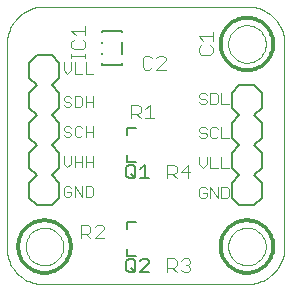
<source format=gto>
G75*
G70*
%OFA0B0*%
%FSLAX24Y24*%
%IPPOS*%
%LPD*%
%AMOC8*
5,1,8,0,0,1.08239X$1,22.5*
%
%ADD10C,0.0000*%
%ADD11C,0.0030*%
%ADD12C,0.0120*%
%ADD13C,0.0080*%
%ADD14C,0.0060*%
%ADD15C,0.0040*%
%ADD16C,0.0050*%
D10*
X000411Y001660D02*
X000409Y001594D01*
X000411Y001528D01*
X000417Y001462D01*
X000426Y001396D01*
X000439Y001331D01*
X000456Y001266D01*
X000476Y001203D01*
X000500Y001141D01*
X000527Y001081D01*
X000558Y001022D01*
X000592Y000964D01*
X000629Y000909D01*
X000669Y000856D01*
X000712Y000806D01*
X000757Y000757D01*
X000806Y000712D01*
X000856Y000669D01*
X000909Y000629D01*
X000964Y000592D01*
X001022Y000558D01*
X001081Y000527D01*
X001141Y000500D01*
X001203Y000476D01*
X001266Y000456D01*
X001331Y000439D01*
X001396Y000426D01*
X001462Y000417D01*
X001528Y000411D01*
X001594Y000409D01*
X001660Y000411D01*
X001660Y000410D02*
X008410Y000410D01*
X008478Y000412D01*
X008545Y000417D01*
X008612Y000426D01*
X008679Y000439D01*
X008744Y000456D01*
X008809Y000475D01*
X008873Y000499D01*
X008935Y000526D01*
X008996Y000556D01*
X009054Y000589D01*
X009111Y000625D01*
X009166Y000665D01*
X009219Y000707D01*
X009270Y000753D01*
X009317Y000800D01*
X009363Y000851D01*
X009405Y000904D01*
X009445Y000959D01*
X009481Y001016D01*
X009514Y001074D01*
X009544Y001135D01*
X009571Y001197D01*
X009595Y001261D01*
X009614Y001326D01*
X009631Y001391D01*
X009644Y001458D01*
X009653Y001525D01*
X009658Y001592D01*
X009660Y001660D01*
X009660Y008410D01*
X009658Y008478D01*
X009653Y008545D01*
X009644Y008612D01*
X009631Y008679D01*
X009614Y008744D01*
X009595Y008809D01*
X009571Y008873D01*
X009544Y008935D01*
X009514Y008996D01*
X009481Y009054D01*
X009445Y009111D01*
X009405Y009166D01*
X009363Y009219D01*
X009317Y009270D01*
X009270Y009317D01*
X009219Y009363D01*
X009166Y009405D01*
X009111Y009445D01*
X009054Y009481D01*
X008996Y009514D01*
X008935Y009544D01*
X008873Y009571D01*
X008809Y009595D01*
X008744Y009614D01*
X008679Y009631D01*
X008612Y009644D01*
X008545Y009653D01*
X008478Y009658D01*
X008410Y009660D01*
X001660Y009660D01*
X001592Y009658D01*
X001525Y009653D01*
X001458Y009644D01*
X001391Y009631D01*
X001326Y009614D01*
X001261Y009595D01*
X001197Y009571D01*
X001135Y009544D01*
X001074Y009514D01*
X001016Y009481D01*
X000959Y009445D01*
X000904Y009405D01*
X000851Y009363D01*
X000800Y009317D01*
X000753Y009270D01*
X000707Y009219D01*
X000665Y009166D01*
X000625Y009111D01*
X000589Y009054D01*
X000556Y008996D01*
X000526Y008935D01*
X000499Y008873D01*
X000475Y008809D01*
X000456Y008744D01*
X000439Y008679D01*
X000426Y008612D01*
X000417Y008545D01*
X000412Y008478D01*
X000410Y008410D01*
X000410Y001660D01*
X001035Y001660D02*
X001037Y001710D01*
X001043Y001759D01*
X001053Y001808D01*
X001066Y001855D01*
X001084Y001902D01*
X001105Y001947D01*
X001129Y001990D01*
X001157Y002031D01*
X001188Y002070D01*
X001222Y002106D01*
X001259Y002140D01*
X001299Y002170D01*
X001340Y002197D01*
X001384Y002221D01*
X001429Y002241D01*
X001476Y002257D01*
X001524Y002270D01*
X001573Y002279D01*
X001623Y002284D01*
X001672Y002285D01*
X001722Y002282D01*
X001771Y002275D01*
X001820Y002264D01*
X001867Y002250D01*
X001913Y002231D01*
X001958Y002209D01*
X002001Y002184D01*
X002041Y002155D01*
X002079Y002123D01*
X002115Y002089D01*
X002148Y002051D01*
X002177Y002011D01*
X002203Y001969D01*
X002226Y001925D01*
X002245Y001879D01*
X002261Y001832D01*
X002273Y001783D01*
X002281Y001734D01*
X002285Y001685D01*
X002285Y001635D01*
X002281Y001586D01*
X002273Y001537D01*
X002261Y001488D01*
X002245Y001441D01*
X002226Y001395D01*
X002203Y001351D01*
X002177Y001309D01*
X002148Y001269D01*
X002115Y001231D01*
X002079Y001197D01*
X002041Y001165D01*
X002001Y001136D01*
X001958Y001111D01*
X001913Y001089D01*
X001867Y001070D01*
X001820Y001056D01*
X001771Y001045D01*
X001722Y001038D01*
X001672Y001035D01*
X001623Y001036D01*
X001573Y001041D01*
X001524Y001050D01*
X001476Y001063D01*
X001429Y001079D01*
X001384Y001099D01*
X001340Y001123D01*
X001299Y001150D01*
X001259Y001180D01*
X001222Y001214D01*
X001188Y001250D01*
X001157Y001289D01*
X001129Y001330D01*
X001105Y001373D01*
X001084Y001418D01*
X001066Y001465D01*
X001053Y001512D01*
X001043Y001561D01*
X001037Y001610D01*
X001035Y001660D01*
X007785Y001660D02*
X007787Y001710D01*
X007793Y001759D01*
X007803Y001808D01*
X007816Y001855D01*
X007834Y001902D01*
X007855Y001947D01*
X007879Y001990D01*
X007907Y002031D01*
X007938Y002070D01*
X007972Y002106D01*
X008009Y002140D01*
X008049Y002170D01*
X008090Y002197D01*
X008134Y002221D01*
X008179Y002241D01*
X008226Y002257D01*
X008274Y002270D01*
X008323Y002279D01*
X008373Y002284D01*
X008422Y002285D01*
X008472Y002282D01*
X008521Y002275D01*
X008570Y002264D01*
X008617Y002250D01*
X008663Y002231D01*
X008708Y002209D01*
X008751Y002184D01*
X008791Y002155D01*
X008829Y002123D01*
X008865Y002089D01*
X008898Y002051D01*
X008927Y002011D01*
X008953Y001969D01*
X008976Y001925D01*
X008995Y001879D01*
X009011Y001832D01*
X009023Y001783D01*
X009031Y001734D01*
X009035Y001685D01*
X009035Y001635D01*
X009031Y001586D01*
X009023Y001537D01*
X009011Y001488D01*
X008995Y001441D01*
X008976Y001395D01*
X008953Y001351D01*
X008927Y001309D01*
X008898Y001269D01*
X008865Y001231D01*
X008829Y001197D01*
X008791Y001165D01*
X008751Y001136D01*
X008708Y001111D01*
X008663Y001089D01*
X008617Y001070D01*
X008570Y001056D01*
X008521Y001045D01*
X008472Y001038D01*
X008422Y001035D01*
X008373Y001036D01*
X008323Y001041D01*
X008274Y001050D01*
X008226Y001063D01*
X008179Y001079D01*
X008134Y001099D01*
X008090Y001123D01*
X008049Y001150D01*
X008009Y001180D01*
X007972Y001214D01*
X007938Y001250D01*
X007907Y001289D01*
X007879Y001330D01*
X007855Y001373D01*
X007834Y001418D01*
X007816Y001465D01*
X007803Y001512D01*
X007793Y001561D01*
X007787Y001610D01*
X007785Y001660D01*
X007785Y008410D02*
X007787Y008460D01*
X007793Y008509D01*
X007803Y008558D01*
X007816Y008605D01*
X007834Y008652D01*
X007855Y008697D01*
X007879Y008740D01*
X007907Y008781D01*
X007938Y008820D01*
X007972Y008856D01*
X008009Y008890D01*
X008049Y008920D01*
X008090Y008947D01*
X008134Y008971D01*
X008179Y008991D01*
X008226Y009007D01*
X008274Y009020D01*
X008323Y009029D01*
X008373Y009034D01*
X008422Y009035D01*
X008472Y009032D01*
X008521Y009025D01*
X008570Y009014D01*
X008617Y009000D01*
X008663Y008981D01*
X008708Y008959D01*
X008751Y008934D01*
X008791Y008905D01*
X008829Y008873D01*
X008865Y008839D01*
X008898Y008801D01*
X008927Y008761D01*
X008953Y008719D01*
X008976Y008675D01*
X008995Y008629D01*
X009011Y008582D01*
X009023Y008533D01*
X009031Y008484D01*
X009035Y008435D01*
X009035Y008385D01*
X009031Y008336D01*
X009023Y008287D01*
X009011Y008238D01*
X008995Y008191D01*
X008976Y008145D01*
X008953Y008101D01*
X008927Y008059D01*
X008898Y008019D01*
X008865Y007981D01*
X008829Y007947D01*
X008791Y007915D01*
X008751Y007886D01*
X008708Y007861D01*
X008663Y007839D01*
X008617Y007820D01*
X008570Y007806D01*
X008521Y007795D01*
X008472Y007788D01*
X008422Y007785D01*
X008373Y007786D01*
X008323Y007791D01*
X008274Y007800D01*
X008226Y007813D01*
X008179Y007829D01*
X008134Y007849D01*
X008090Y007873D01*
X008049Y007900D01*
X008009Y007930D01*
X007972Y007964D01*
X007938Y008000D01*
X007907Y008039D01*
X007879Y008080D01*
X007855Y008123D01*
X007834Y008168D01*
X007816Y008215D01*
X007803Y008262D01*
X007793Y008311D01*
X007787Y008360D01*
X007785Y008410D01*
D11*
X007557Y006770D02*
X007557Y006400D01*
X007804Y006400D01*
X007435Y006462D02*
X007374Y006400D01*
X007188Y006400D01*
X007188Y006770D01*
X007374Y006770D01*
X007435Y006709D01*
X007435Y006462D01*
X007067Y006462D02*
X007005Y006400D01*
X006882Y006400D01*
X006820Y006462D01*
X006882Y006585D02*
X007005Y006585D01*
X007067Y006523D01*
X007067Y006462D01*
X006882Y006585D02*
X006820Y006647D01*
X006820Y006709D01*
X006882Y006770D01*
X007005Y006770D01*
X007067Y006709D01*
X007005Y005645D02*
X006882Y005645D01*
X006820Y005584D01*
X006820Y005522D01*
X006882Y005460D01*
X007005Y005460D01*
X007067Y005398D01*
X007067Y005337D01*
X007005Y005275D01*
X006882Y005275D01*
X006820Y005337D01*
X007067Y005584D02*
X007005Y005645D01*
X007188Y005584D02*
X007188Y005337D01*
X007250Y005275D01*
X007374Y005275D01*
X007435Y005337D01*
X007557Y005275D02*
X007804Y005275D01*
X007557Y005275D02*
X007557Y005645D01*
X007435Y005584D02*
X007374Y005645D01*
X007250Y005645D01*
X007188Y005584D01*
X007188Y004645D02*
X007188Y004275D01*
X007435Y004275D01*
X007557Y004275D02*
X007804Y004275D01*
X007557Y004275D02*
X007557Y004645D01*
X007067Y004645D02*
X007067Y004398D01*
X006943Y004275D01*
X006820Y004398D01*
X006820Y004645D01*
X006882Y003645D02*
X006820Y003584D01*
X006820Y003337D01*
X006882Y003275D01*
X007005Y003275D01*
X007067Y003337D01*
X007067Y003460D01*
X006943Y003460D01*
X007067Y003584D02*
X007005Y003645D01*
X006882Y003645D01*
X007188Y003645D02*
X007435Y003275D01*
X007435Y003645D01*
X007557Y003645D02*
X007742Y003645D01*
X007804Y003584D01*
X007804Y003337D01*
X007742Y003275D01*
X007557Y003275D01*
X007557Y003645D01*
X007188Y003645D02*
X007188Y003275D01*
X003284Y003362D02*
X003284Y003609D01*
X003222Y003670D01*
X003037Y003670D01*
X003037Y003300D01*
X003222Y003300D01*
X003284Y003362D01*
X002915Y003300D02*
X002915Y003670D01*
X002668Y003670D02*
X002915Y003300D01*
X002668Y003300D02*
X002668Y003670D01*
X002547Y003609D02*
X002485Y003670D01*
X002362Y003670D01*
X002300Y003609D01*
X002300Y003362D01*
X002362Y003300D01*
X002485Y003300D01*
X002547Y003362D01*
X002547Y003485D01*
X002423Y003485D01*
X002423Y004300D02*
X002547Y004423D01*
X002547Y004670D01*
X002668Y004670D02*
X002668Y004300D01*
X002668Y004485D02*
X002915Y004485D01*
X003037Y004485D02*
X003284Y004485D01*
X003284Y004670D02*
X003284Y004300D01*
X003037Y004300D02*
X003037Y004670D01*
X002915Y004670D02*
X002915Y004300D01*
X002423Y004300D02*
X002300Y004423D01*
X002300Y004670D01*
X002362Y005300D02*
X002300Y005362D01*
X002362Y005300D02*
X002485Y005300D01*
X002547Y005362D01*
X002547Y005423D01*
X002485Y005485D01*
X002362Y005485D01*
X002300Y005547D01*
X002300Y005609D01*
X002362Y005670D01*
X002485Y005670D01*
X002547Y005609D01*
X002668Y005609D02*
X002668Y005362D01*
X002730Y005300D01*
X002853Y005300D01*
X002915Y005362D01*
X003037Y005300D02*
X003037Y005670D01*
X002915Y005609D02*
X002853Y005670D01*
X002730Y005670D01*
X002668Y005609D01*
X003037Y005485D02*
X003284Y005485D01*
X003284Y005670D02*
X003284Y005300D01*
X003284Y006300D02*
X003284Y006670D01*
X003284Y006485D02*
X003037Y006485D01*
X002915Y006362D02*
X002853Y006300D01*
X002668Y006300D01*
X002668Y006670D01*
X002853Y006670D01*
X002915Y006609D01*
X002915Y006362D01*
X003037Y006300D02*
X003037Y006670D01*
X002547Y006609D02*
X002485Y006670D01*
X002362Y006670D01*
X002300Y006609D01*
X002300Y006547D01*
X002362Y006485D01*
X002485Y006485D01*
X002547Y006423D01*
X002547Y006362D01*
X002485Y006300D01*
X002362Y006300D01*
X002300Y006362D01*
X002423Y007425D02*
X002547Y007548D01*
X002547Y007795D01*
X002668Y007795D02*
X002668Y007425D01*
X002915Y007425D01*
X003037Y007425D02*
X003284Y007425D01*
X003037Y007425D02*
X003037Y007795D01*
X002423Y007425D02*
X002300Y007548D01*
X002300Y007795D01*
D12*
X008410Y007535D02*
X008352Y007537D01*
X008293Y007543D01*
X008236Y007553D01*
X008179Y007566D01*
X008123Y007583D01*
X008068Y007604D01*
X008015Y007629D01*
X007964Y007657D01*
X007915Y007689D01*
X007868Y007723D01*
X007823Y007761D01*
X007781Y007802D01*
X007742Y007845D01*
X007706Y007891D01*
X007672Y007939D01*
X007643Y007989D01*
X007616Y008042D01*
X007593Y008096D01*
X007574Y008151D01*
X007559Y008207D01*
X007547Y008264D01*
X007539Y008322D01*
X007535Y008381D01*
X007535Y008439D01*
X007539Y008498D01*
X007547Y008556D01*
X007559Y008613D01*
X007574Y008669D01*
X007593Y008724D01*
X007616Y008778D01*
X007643Y008831D01*
X007672Y008881D01*
X007706Y008929D01*
X007742Y008975D01*
X007781Y009018D01*
X007823Y009059D01*
X007868Y009097D01*
X007915Y009131D01*
X007964Y009163D01*
X008015Y009191D01*
X008068Y009216D01*
X008123Y009237D01*
X008179Y009254D01*
X008236Y009267D01*
X008293Y009277D01*
X008352Y009283D01*
X008410Y009285D01*
X008468Y009283D01*
X008527Y009277D01*
X008584Y009267D01*
X008641Y009254D01*
X008697Y009237D01*
X008752Y009216D01*
X008805Y009191D01*
X008856Y009163D01*
X008905Y009131D01*
X008952Y009097D01*
X008997Y009059D01*
X009039Y009018D01*
X009078Y008975D01*
X009114Y008929D01*
X009148Y008881D01*
X009177Y008831D01*
X009204Y008778D01*
X009227Y008724D01*
X009246Y008669D01*
X009261Y008613D01*
X009273Y008556D01*
X009281Y008498D01*
X009285Y008439D01*
X009285Y008381D01*
X009281Y008322D01*
X009273Y008264D01*
X009261Y008207D01*
X009246Y008151D01*
X009227Y008096D01*
X009204Y008042D01*
X009177Y007989D01*
X009148Y007939D01*
X009114Y007891D01*
X009078Y007845D01*
X009039Y007802D01*
X008997Y007761D01*
X008952Y007723D01*
X008905Y007689D01*
X008856Y007657D01*
X008805Y007629D01*
X008752Y007604D01*
X008697Y007583D01*
X008641Y007566D01*
X008584Y007553D01*
X008527Y007543D01*
X008468Y007537D01*
X008410Y007535D01*
X008410Y002535D02*
X008352Y002533D01*
X008293Y002527D01*
X008236Y002517D01*
X008179Y002504D01*
X008123Y002487D01*
X008068Y002466D01*
X008015Y002441D01*
X007964Y002413D01*
X007915Y002381D01*
X007868Y002347D01*
X007823Y002309D01*
X007781Y002268D01*
X007742Y002225D01*
X007706Y002179D01*
X007672Y002131D01*
X007643Y002081D01*
X007616Y002028D01*
X007593Y001974D01*
X007574Y001919D01*
X007559Y001863D01*
X007547Y001806D01*
X007539Y001748D01*
X007535Y001689D01*
X007535Y001631D01*
X007539Y001572D01*
X007547Y001514D01*
X007559Y001457D01*
X007574Y001401D01*
X007593Y001346D01*
X007616Y001292D01*
X007643Y001239D01*
X007672Y001189D01*
X007706Y001141D01*
X007742Y001095D01*
X007781Y001052D01*
X007823Y001011D01*
X007868Y000973D01*
X007915Y000939D01*
X007964Y000907D01*
X008015Y000879D01*
X008068Y000854D01*
X008123Y000833D01*
X008179Y000816D01*
X008236Y000803D01*
X008293Y000793D01*
X008352Y000787D01*
X008410Y000785D01*
X008468Y000787D01*
X008527Y000793D01*
X008584Y000803D01*
X008641Y000816D01*
X008697Y000833D01*
X008752Y000854D01*
X008805Y000879D01*
X008856Y000907D01*
X008905Y000939D01*
X008952Y000973D01*
X008997Y001011D01*
X009039Y001052D01*
X009078Y001095D01*
X009114Y001141D01*
X009148Y001189D01*
X009177Y001239D01*
X009204Y001292D01*
X009227Y001346D01*
X009246Y001401D01*
X009261Y001457D01*
X009273Y001514D01*
X009281Y001572D01*
X009285Y001631D01*
X009285Y001689D01*
X009281Y001748D01*
X009273Y001806D01*
X009261Y001863D01*
X009246Y001919D01*
X009227Y001974D01*
X009204Y002028D01*
X009177Y002081D01*
X009148Y002131D01*
X009114Y002179D01*
X009078Y002225D01*
X009039Y002268D01*
X008997Y002309D01*
X008952Y002347D01*
X008905Y002381D01*
X008856Y002413D01*
X008805Y002441D01*
X008752Y002466D01*
X008697Y002487D01*
X008641Y002504D01*
X008584Y002517D01*
X008527Y002527D01*
X008468Y002533D01*
X008410Y002535D01*
X001660Y002535D02*
X001602Y002533D01*
X001543Y002527D01*
X001486Y002517D01*
X001429Y002504D01*
X001373Y002487D01*
X001318Y002466D01*
X001265Y002441D01*
X001214Y002413D01*
X001165Y002381D01*
X001118Y002347D01*
X001073Y002309D01*
X001031Y002268D01*
X000992Y002225D01*
X000956Y002179D01*
X000922Y002131D01*
X000893Y002081D01*
X000866Y002028D01*
X000843Y001974D01*
X000824Y001919D01*
X000809Y001863D01*
X000797Y001806D01*
X000789Y001748D01*
X000785Y001689D01*
X000785Y001631D01*
X000789Y001572D01*
X000797Y001514D01*
X000809Y001457D01*
X000824Y001401D01*
X000843Y001346D01*
X000866Y001292D01*
X000893Y001239D01*
X000922Y001189D01*
X000956Y001141D01*
X000992Y001095D01*
X001031Y001052D01*
X001073Y001011D01*
X001118Y000973D01*
X001165Y000939D01*
X001214Y000907D01*
X001265Y000879D01*
X001318Y000854D01*
X001373Y000833D01*
X001429Y000816D01*
X001486Y000803D01*
X001543Y000793D01*
X001602Y000787D01*
X001660Y000785D01*
X001718Y000787D01*
X001777Y000793D01*
X001834Y000803D01*
X001891Y000816D01*
X001947Y000833D01*
X002002Y000854D01*
X002055Y000879D01*
X002106Y000907D01*
X002155Y000939D01*
X002202Y000973D01*
X002247Y001011D01*
X002289Y001052D01*
X002328Y001095D01*
X002364Y001141D01*
X002398Y001189D01*
X002427Y001239D01*
X002454Y001292D01*
X002477Y001346D01*
X002496Y001401D01*
X002511Y001457D01*
X002523Y001514D01*
X002531Y001572D01*
X002535Y001631D01*
X002535Y001689D01*
X002531Y001748D01*
X002523Y001806D01*
X002511Y001863D01*
X002496Y001919D01*
X002477Y001974D01*
X002454Y002028D01*
X002427Y002081D01*
X002398Y002131D01*
X002364Y002179D01*
X002328Y002225D01*
X002289Y002268D01*
X002247Y002309D01*
X002202Y002347D01*
X002155Y002381D01*
X002106Y002413D01*
X002055Y002441D01*
X002002Y002466D01*
X001947Y002487D01*
X001891Y002504D01*
X001834Y002517D01*
X001777Y002527D01*
X001718Y002533D01*
X001660Y002535D01*
D13*
X001910Y003035D02*
X001410Y003035D01*
X001160Y003285D01*
X001160Y003785D01*
X001410Y004035D01*
X001160Y004285D01*
X001160Y004785D01*
X001410Y005035D01*
X001160Y005285D01*
X001160Y005785D01*
X001410Y006035D01*
X001160Y006285D01*
X001160Y006785D01*
X001410Y007035D01*
X001160Y007285D01*
X001160Y007785D01*
X001410Y008035D01*
X001910Y008035D01*
X002160Y007785D01*
X002160Y007285D01*
X001910Y007035D01*
X002160Y006785D01*
X002160Y006285D01*
X001910Y006035D01*
X002160Y005785D01*
X002160Y005285D01*
X001910Y005035D01*
X002160Y004785D01*
X002160Y004285D01*
X001910Y004035D01*
X002160Y003785D01*
X002160Y003285D01*
X001910Y003035D01*
X007910Y003285D02*
X008160Y003035D01*
X008660Y003035D01*
X008910Y003285D01*
X008910Y003785D01*
X008660Y004035D01*
X008910Y004285D01*
X008910Y004785D01*
X008660Y005035D01*
X008910Y005285D01*
X008910Y005785D01*
X008660Y006035D01*
X008910Y006285D01*
X008910Y006785D01*
X008660Y007035D01*
X008160Y007035D01*
X007910Y006785D01*
X007910Y006285D01*
X008160Y006035D01*
X007910Y005785D01*
X007910Y005285D01*
X008160Y005035D01*
X007910Y004785D01*
X007910Y004285D01*
X008160Y004035D01*
X007910Y003785D01*
X007910Y003285D01*
D14*
X004720Y002470D02*
X004400Y002470D01*
X004400Y002250D01*
X004400Y001570D02*
X004400Y001350D01*
X004720Y001350D01*
X004720Y004475D02*
X004400Y004475D01*
X004400Y004695D01*
X004400Y005375D02*
X004400Y005595D01*
X004720Y005595D01*
X004229Y007725D02*
X003591Y007725D01*
X003591Y007762D01*
X003591Y008079D02*
X003591Y008116D01*
X003591Y008454D02*
X003591Y008491D01*
X003591Y008808D02*
X003591Y008845D01*
X004229Y008845D01*
X004229Y008808D01*
X004229Y008491D02*
X004229Y008079D01*
X004229Y007762D02*
X004229Y007725D01*
D15*
X004930Y007632D02*
X005007Y007555D01*
X005160Y007555D01*
X005237Y007632D01*
X005390Y007555D02*
X005697Y007862D01*
X005697Y007939D01*
X005621Y008015D01*
X005467Y008015D01*
X005390Y007939D01*
X005237Y007939D02*
X005160Y008015D01*
X005007Y008015D01*
X004930Y007939D01*
X004930Y007632D01*
X005390Y007555D02*
X005697Y007555D01*
X006805Y008132D02*
X006881Y008055D01*
X007188Y008055D01*
X007265Y008132D01*
X007265Y008285D01*
X007188Y008362D01*
X007265Y008515D02*
X007265Y008822D01*
X007265Y008669D02*
X006805Y008669D01*
X006958Y008515D01*
X006881Y008362D02*
X006805Y008285D01*
X006805Y008132D01*
X005169Y006390D02*
X005169Y005930D01*
X005322Y005930D02*
X005015Y005930D01*
X004862Y005930D02*
X004708Y006083D01*
X004785Y006083D02*
X004555Y006083D01*
X004555Y005930D02*
X004555Y006390D01*
X004785Y006390D01*
X004862Y006314D01*
X004862Y006160D01*
X004785Y006083D01*
X005015Y006237D02*
X005169Y006390D01*
X005759Y004390D02*
X005989Y004390D01*
X006066Y004314D01*
X006066Y004160D01*
X005989Y004083D01*
X005759Y004083D01*
X005759Y003930D02*
X005759Y004390D01*
X005913Y004083D02*
X006066Y003930D01*
X006220Y004160D02*
X006527Y004160D01*
X006450Y003930D02*
X006450Y004390D01*
X006220Y004160D01*
X003652Y002314D02*
X003575Y002390D01*
X003421Y002390D01*
X003345Y002314D01*
X003191Y002314D02*
X003191Y002160D01*
X003114Y002083D01*
X002884Y002083D01*
X002884Y001930D02*
X002884Y002390D01*
X003114Y002390D01*
X003191Y002314D01*
X003038Y002083D02*
X003191Y001930D01*
X003345Y001930D02*
X003652Y002237D01*
X003652Y002314D01*
X003652Y001930D02*
X003345Y001930D01*
X005759Y001265D02*
X005759Y000805D01*
X005759Y000958D02*
X005989Y000958D01*
X006066Y001035D01*
X006066Y001189D01*
X005989Y001265D01*
X005759Y001265D01*
X005913Y000958D02*
X006066Y000805D01*
X006220Y000882D02*
X006296Y000805D01*
X006450Y000805D01*
X006527Y000882D01*
X006527Y000958D01*
X006450Y001035D01*
X006373Y001035D01*
X006450Y001035D02*
X006527Y001112D01*
X006527Y001189D01*
X006450Y001265D01*
X006296Y001265D01*
X006220Y001189D01*
X003015Y007930D02*
X003015Y008083D01*
X003015Y008007D02*
X002555Y008007D01*
X002555Y008083D02*
X002555Y007930D01*
X002631Y008237D02*
X002938Y008237D01*
X003015Y008314D01*
X003015Y008467D01*
X002938Y008544D01*
X003015Y008697D02*
X003015Y009004D01*
X003015Y008851D02*
X002555Y008851D01*
X002708Y008697D01*
X002631Y008544D02*
X002555Y008467D01*
X002555Y008314D01*
X002631Y008237D01*
D16*
X004464Y004385D02*
X004614Y004385D01*
X004689Y004310D01*
X004689Y004010D01*
X004614Y003935D01*
X004464Y003935D01*
X004389Y004010D01*
X004389Y004310D01*
X004464Y004385D01*
X004539Y004085D02*
X004689Y003935D01*
X004850Y003935D02*
X005150Y003935D01*
X005000Y003935D02*
X005000Y004385D01*
X004850Y004235D01*
X004925Y001260D02*
X004850Y001185D01*
X004925Y001260D02*
X005075Y001260D01*
X005150Y001185D01*
X005150Y001110D01*
X004850Y000810D01*
X005150Y000810D01*
X004689Y000810D02*
X004539Y000960D01*
X004464Y000810D02*
X004389Y000885D01*
X004389Y001185D01*
X004464Y001260D01*
X004614Y001260D01*
X004689Y001185D01*
X004689Y000885D01*
X004614Y000810D01*
X004464Y000810D01*
M02*

</source>
